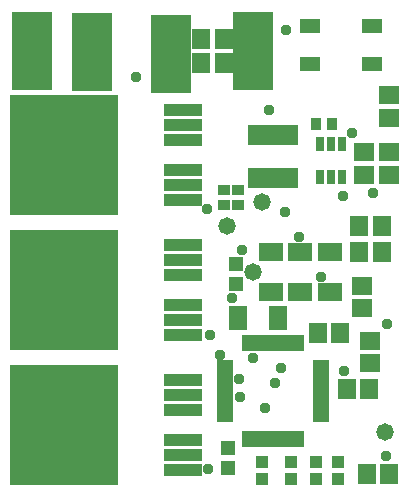
<source format=gbr>
G04 EAGLE Gerber RS-274X export*
G75*
%MOMM*%
%FSLAX34Y34*%
%LPD*%
%INSoldermask Top*%
%IPPOS*%
%AMOC8*
5,1,8,0,0,1.08239X$1,22.5*%
G01*
%ADD10R,3.203200X1.003200*%
%ADD11R,9.203200X10.203200*%
%ADD12R,1.303200X1.203200*%
%ADD13C,1.473200*%
%ADD14R,1.503200X1.703200*%
%ADD15R,2.003200X1.603200*%
%ADD16R,1.603200X2.003200*%
%ADD17R,1.703200X1.503200*%
%ADD18R,0.760400X1.299300*%
%ADD19R,4.191000X1.701800*%
%ADD20R,0.903200X1.103200*%
%ADD21R,1.103200X0.903200*%
%ADD22R,1.003200X1.003200*%
%ADD23R,1.503200X1.803200*%
%ADD24R,3.454400X6.654800*%
%ADD25R,1.752600X1.193800*%
%ADD26R,1.803200X1.503200*%
%ADD27R,0.660400X1.343800*%
%ADD28R,1.343800X0.660400*%
%ADD29C,0.959600*%


D10*
X157275Y251000D03*
X157275Y263700D03*
X157275Y276400D03*
X157275Y301800D03*
X157275Y314500D03*
X157275Y327200D03*
D11*
X56250Y289100D03*
D10*
X157275Y136700D03*
X157275Y149400D03*
X157275Y162100D03*
X157275Y187500D03*
X157275Y200200D03*
X157275Y212900D03*
D11*
X56250Y174800D03*
D10*
X157275Y22400D03*
X157275Y35100D03*
X157275Y47800D03*
X157275Y73200D03*
X157275Y85900D03*
X157275Y98600D03*
D11*
X56250Y60500D03*
D12*
X194900Y40600D03*
X194900Y23600D03*
D13*
X327900Y54300D03*
D14*
X325100Y206800D03*
X306100Y206800D03*
X290100Y138300D03*
X271100Y138300D03*
D15*
X231700Y207000D03*
X231700Y173000D03*
D16*
X237600Y151300D03*
X203600Y151300D03*
D15*
X281300Y173000D03*
X281300Y207000D03*
X256100Y173000D03*
X256100Y207000D03*
D17*
X308300Y159500D03*
X308300Y178500D03*
D14*
X325300Y229300D03*
X306300Y229300D03*
D13*
X216000Y190200D03*
X194500Y229200D03*
D12*
X201800Y197100D03*
X201800Y180100D03*
D18*
X272800Y270111D03*
X282300Y270111D03*
X291800Y270111D03*
X291800Y298090D03*
X282300Y298090D03*
X272800Y298090D03*
D19*
X232800Y269700D03*
X232800Y305700D03*
D20*
X269900Y314900D03*
X282900Y314900D03*
D14*
X172500Y366900D03*
X191500Y366900D03*
X172500Y387400D03*
X191500Y387400D03*
D21*
X191900Y259300D03*
X191900Y246300D03*
X203900Y259500D03*
X203900Y246500D03*
D22*
X269500Y14500D03*
X269500Y29500D03*
X288400Y14500D03*
X288400Y29500D03*
D23*
X312700Y18700D03*
X331700Y18700D03*
D13*
X223600Y248900D03*
D24*
X28900Y376800D03*
X215900Y377100D03*
X80000Y376400D03*
X146900Y374700D03*
D25*
X317250Y366000D03*
X317250Y398000D03*
X264750Y398000D03*
X264750Y366000D03*
D26*
X315000Y131500D03*
X315000Y112500D03*
D23*
X314500Y91000D03*
X295500Y91000D03*
D22*
X224000Y14500D03*
X224000Y29500D03*
X248000Y14500D03*
X248000Y29500D03*
D26*
X331000Y339500D03*
X331000Y320500D03*
X331000Y291500D03*
X331000Y272500D03*
X310000Y291500D03*
X310000Y272500D03*
D27*
X255750Y129755D03*
X249250Y129755D03*
X242750Y129755D03*
X236250Y129755D03*
X229750Y129755D03*
X223250Y129755D03*
X216750Y129755D03*
X210250Y129755D03*
D28*
X192245Y111750D03*
X192245Y105250D03*
X192245Y98750D03*
X192245Y92250D03*
X192245Y85750D03*
X192245Y79250D03*
X192245Y72750D03*
X192245Y66250D03*
D27*
X210250Y48245D03*
X216750Y48245D03*
X223250Y48245D03*
X229750Y48245D03*
X236250Y48245D03*
X242750Y48245D03*
X249250Y48245D03*
X255750Y48245D03*
D28*
X273755Y66250D03*
X273755Y72750D03*
X273755Y79250D03*
X273755Y85750D03*
X273755Y92250D03*
X273755Y98750D03*
X273755Y105250D03*
X273755Y111750D03*
D29*
X177000Y243000D03*
X180000Y137000D03*
X178000Y23000D03*
X198000Y168000D03*
X230000Y327000D03*
X226000Y75000D03*
X329000Y34000D03*
X235000Y96000D03*
X318000Y257000D03*
X300000Y308000D03*
X274000Y186000D03*
X255000Y220000D03*
X244000Y395000D03*
X117000Y355000D03*
X292000Y254000D03*
X330000Y146000D03*
X293000Y106000D03*
X240000Y109000D03*
X216000Y117000D03*
X204000Y99000D03*
X207000Y209000D03*
X187846Y120000D03*
X205000Y84000D03*
X243000Y241000D03*
M02*

</source>
